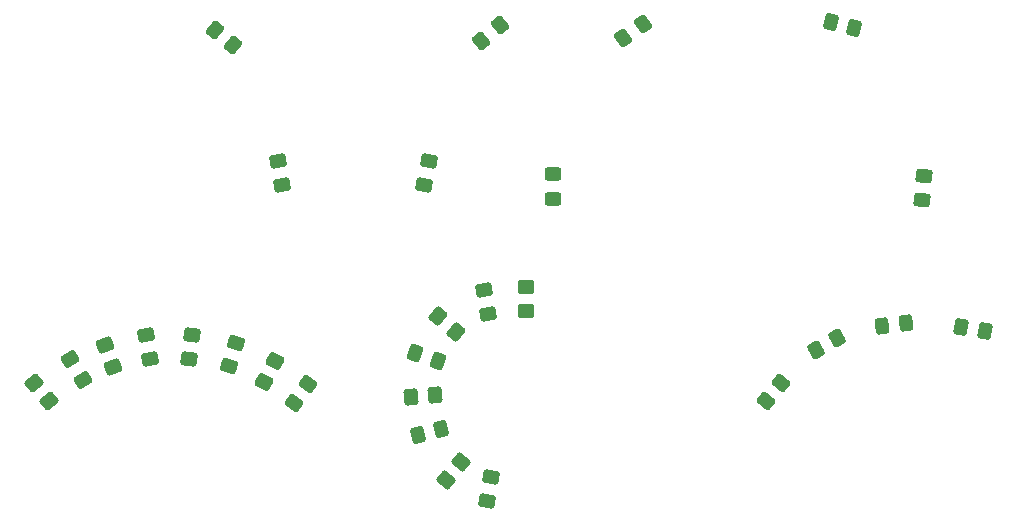
<source format=gbr>
%TF.GenerationSoftware,KiCad,Pcbnew,(6.0.5)*%
%TF.CreationDate,2022-08-10T18:54:24-07:00*%
%TF.ProjectId,AlpenglowSMTGarden,416c7065-6e67-46c6-9f77-534d54476172,rev?*%
%TF.SameCoordinates,Original*%
%TF.FileFunction,Paste,Top*%
%TF.FilePolarity,Positive*%
%FSLAX46Y46*%
G04 Gerber Fmt 4.6, Leading zero omitted, Abs format (unit mm)*
G04 Created by KiCad (PCBNEW (6.0.5)) date 2022-08-10 18:54:24*
%MOMM*%
%LPD*%
G01*
G04 APERTURE LIST*
G04 Aperture macros list*
%AMRoundRect*
0 Rectangle with rounded corners*
0 $1 Rounding radius*
0 $2 $3 $4 $5 $6 $7 $8 $9 X,Y pos of 4 corners*
0 Add a 4 corners polygon primitive as box body*
4,1,4,$2,$3,$4,$5,$6,$7,$8,$9,$2,$3,0*
0 Add four circle primitives for the rounded corners*
1,1,$1+$1,$2,$3*
1,1,$1+$1,$4,$5*
1,1,$1+$1,$6,$7*
1,1,$1+$1,$8,$9*
0 Add four rect primitives between the rounded corners*
20,1,$1+$1,$2,$3,$4,$5,0*
20,1,$1+$1,$4,$5,$6,$7,0*
20,1,$1+$1,$6,$7,$8,$9,0*
20,1,$1+$1,$8,$9,$2,$3,0*%
G04 Aperture macros list end*
%ADD10RoundRect,0.250000X0.119744X-0.557370X0.569696X-0.021139X-0.119744X0.557370X-0.569696X0.021139X0*%
%ADD11RoundRect,0.250000X0.503745X-0.233165X0.379719X0.404893X-0.503745X0.233165X-0.379719X-0.404893X0*%
%ADD12RoundRect,0.250000X0.386728X-0.398204X0.499599X0.241921X-0.386728X0.398204X-0.499599X-0.241921X0*%
%ADD13RoundRect,0.250000X0.499599X-0.241921X0.386728X0.398204X-0.499599X0.241921X-0.386728X-0.398204X0*%
%ADD14RoundRect,0.250000X0.056458X0.552211X-0.506458X0.227211X-0.056458X-0.552211X0.506458X-0.227211X0*%
%ADD15RoundRect,0.250000X0.554409X-0.027480X0.200394X0.517656X-0.554409X0.027480X-0.200394X-0.517656X0*%
%ADD16RoundRect,0.250000X0.335316X-0.442366X0.525358X0.179232X-0.335316X0.442366X-0.525358X-0.179232X0*%
%ADD17RoundRect,0.250000X-0.242056X0.516148X-0.559850X-0.107557X0.242056X-0.516148X0.559850X0.107557X0*%
%ADD18RoundRect,0.250000X0.276182X0.481507X-0.370257X0.413563X-0.276182X-0.481507X0.370257X-0.413563X0*%
%ADD19RoundRect,0.250000X-0.450000X0.350000X-0.450000X-0.350000X0.450000X-0.350000X0.450000X0.350000X0*%
%ADD20RoundRect,0.250000X0.450000X-0.325000X0.450000X0.325000X-0.450000X0.325000X-0.450000X-0.325000X0*%
%ADD21RoundRect,0.250000X0.197457X0.518783X-0.430394X0.350550X-0.197457X-0.518783X0.430394X-0.350550X0*%
%ADD22RoundRect,0.250000X0.163796X-0.530373X0.554976X-0.011260X-0.163796X0.530373X-0.554976X0.011260X0*%
%ADD23RoundRect,0.250000X-0.545540X0.165488X-0.294682X-0.488019X0.545540X-0.165488X0.294682X0.488019X0*%
%ADD24RoundRect,0.250000X0.398204X0.386728X-0.241921X0.499599X-0.398204X-0.386728X0.241921X-0.499599X0*%
%ADD25RoundRect,0.250000X-0.040290X0.553626X-0.538219X0.135814X0.040290X-0.553626X0.538219X-0.135814X0*%
%ADD26RoundRect,0.250000X-0.309448X-0.478792X0.387888X-0.417783X0.309448X0.478792X-0.387888X0.417783X0*%
%ADD27RoundRect,0.250000X-0.557370X-0.119744X-0.021139X-0.569696X0.557370X0.119744X0.021139X0.569696X0*%
%ADD28RoundRect,0.250000X0.419962X-0.362983X0.476613X0.284543X-0.419962X0.362983X-0.476613X-0.284543X0*%
%ADD29RoundRect,0.250000X0.430394X0.350550X-0.197457X0.518783X-0.430394X-0.350550X0.197457X-0.518783X0*%
%ADD30RoundRect,0.250000X-0.135814X0.538219X-0.553626X0.040290X0.135814X-0.538219X0.553626X-0.040290X0*%
%ADD31RoundRect,0.250000X-0.386728X0.398204X-0.499599X-0.241921X0.386728X-0.398204X0.499599X0.241921X0*%
%ADD32RoundRect,0.250000X0.459309X0.311705X-0.151491X0.534018X-0.459309X-0.311705X0.151491X-0.534018X0*%
%ADD33RoundRect,0.250000X-0.403991X0.402232X-0.489300X-0.292550X0.403991X-0.402232X0.489300X0.292550X0*%
%ADD34RoundRect,0.250000X-0.008115X-0.555031X0.524334X-0.182206X0.008115X0.555031X-0.524334X0.182206X0*%
%ADD35RoundRect,0.250000X-0.569240X-0.031078X-0.109999X-0.559375X0.569240X0.031078X0.109999X0.559375X0*%
%ADD36RoundRect,0.250000X-0.538219X-0.135814X-0.040290X-0.553626X0.538219X0.135814X0.040290X0.553626X0*%
G04 APERTURE END LIST*
D10*
%TO.C,R12*%
X153713012Y-89872335D03*
X154998588Y-88340247D03*
%TD*%
D11*
%TO.C,D16*%
X128328421Y-77606832D03*
X128719579Y-79619168D03*
%TD*%
D12*
%TO.C,D20*%
X152273189Y-62871572D03*
X151917211Y-64890428D03*
%TD*%
D13*
%TO.C,D9*%
X156921011Y-73793572D03*
X157276989Y-75812428D03*
%TD*%
D14*
%TO.C,D7*%
X185040324Y-78871500D03*
X186815676Y-77846500D03*
%TD*%
D15*
%TO.C,D13*%
X121869745Y-79658363D03*
X122986255Y-81377637D03*
%TD*%
D16*
%TO.C,D15*%
X135935681Y-78267788D03*
X135336319Y-80228212D03*
%TD*%
D17*
%TO.C,R14*%
X139264990Y-79753993D03*
X138357010Y-81536007D03*
%TD*%
D13*
%TO.C,D19*%
X139496611Y-62846172D03*
X139852589Y-64865028D03*
%TD*%
D18*
%TO.C,D6*%
X190623615Y-76815142D03*
X192662385Y-76600858D03*
%TD*%
D19*
%TO.C,R9*%
X160528000Y-73549000D03*
X160528000Y-75549000D03*
%TD*%
D20*
%TO.C,D2*%
X162839400Y-63999000D03*
X162839400Y-66049000D03*
%TD*%
D21*
%TO.C,D11*%
X151333726Y-86069581D03*
X153313874Y-85539001D03*
%TD*%
D22*
%TO.C,D14*%
X142094860Y-81731399D03*
X140861140Y-83368601D03*
%TD*%
D23*
%TO.C,R16*%
X124863632Y-78441420D03*
X125580368Y-80308580D03*
%TD*%
D24*
%TO.C,D5*%
X197364572Y-76911011D03*
X199383428Y-77266989D03*
%TD*%
D25*
%TO.C,D17*%
X156745604Y-52703457D03*
X158315996Y-51385743D03*
%TD*%
D26*
%TO.C,R11*%
X150819605Y-82843447D03*
X152811995Y-82669135D03*
%TD*%
D27*
%TO.C,R10*%
X153081756Y-76017503D03*
X154613844Y-77303079D03*
%TD*%
D28*
%TO.C,D4*%
X194221535Y-64137073D03*
X194042865Y-66179273D03*
%TD*%
D29*
%TO.C,D3*%
X186346491Y-51068110D03*
X188326639Y-51598690D03*
%TD*%
D30*
%TO.C,D8*%
X180824143Y-83208196D03*
X182141857Y-81637804D03*
%TD*%
D31*
%TO.C,D12*%
X157225811Y-91639719D03*
X157581789Y-89620863D03*
%TD*%
D32*
%TO.C,D10*%
X151106615Y-79103720D03*
X153032985Y-79804862D03*
%TD*%
D33*
%TO.C,R15*%
X132201869Y-77620454D03*
X131958131Y-79605546D03*
%TD*%
D34*
%TO.C,D1*%
X170384631Y-51228084D03*
X168705369Y-52403916D03*
%TD*%
D35*
%TO.C,R13*%
X118850941Y-81668290D03*
X120163059Y-83177710D03*
%TD*%
D36*
%TO.C,D18*%
X135731352Y-53051269D03*
X134160960Y-51733555D03*
%TD*%
M02*

</source>
